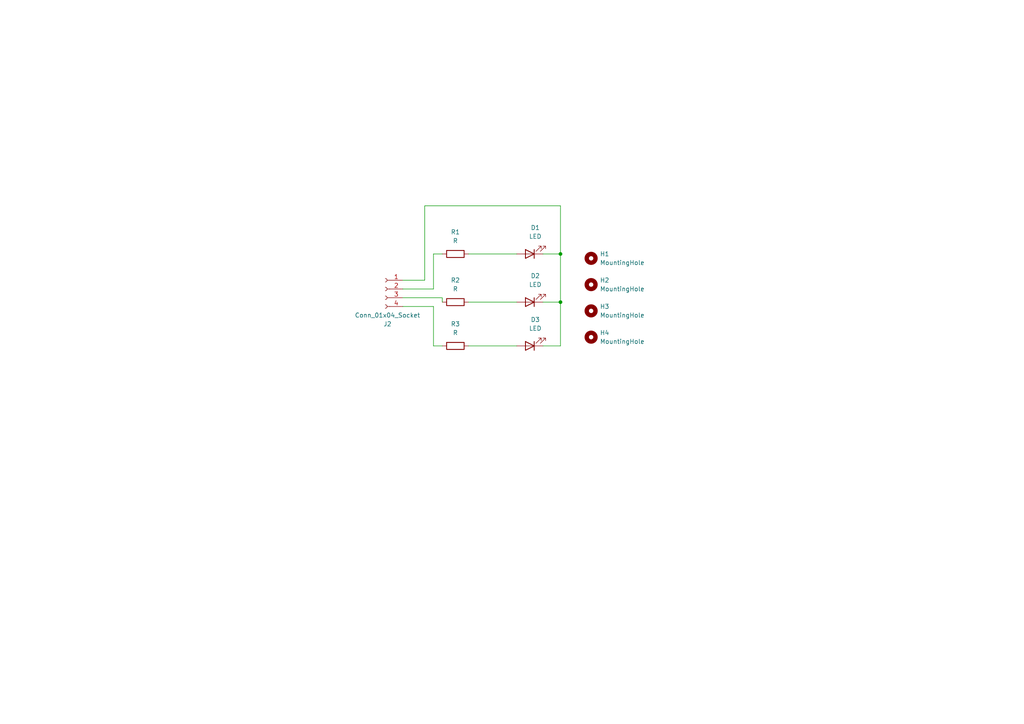
<source format=kicad_sch>
(kicad_sch (version 20230121) (generator eeschema)

  (uuid ab9df7e8-59f6-43d1-a7c4-0dcbd3c4a557)

  (paper "A4")

  (title_block
    (title "Arduino Traffic Light Controller")
    (date "2024-02-26")
    (rev "v01")
    (comment 1 "By Karthik Thejendra")
  )

  (lib_symbols
    (symbol "Connector:Conn_01x04_Socket" (pin_names (offset 1.016) hide) (in_bom yes) (on_board yes)
      (property "Reference" "J" (at 0 5.08 0)
        (effects (font (size 1.27 1.27)))
      )
      (property "Value" "Conn_01x04_Socket" (at 0 -7.62 0)
        (effects (font (size 1.27 1.27)))
      )
      (property "Footprint" "" (at 0 0 0)
        (effects (font (size 1.27 1.27)) hide)
      )
      (property "Datasheet" "~" (at 0 0 0)
        (effects (font (size 1.27 1.27)) hide)
      )
      (property "ki_locked" "" (at 0 0 0)
        (effects (font (size 1.27 1.27)))
      )
      (property "ki_keywords" "connector" (at 0 0 0)
        (effects (font (size 1.27 1.27)) hide)
      )
      (property "ki_description" "Generic connector, single row, 01x04, script generated" (at 0 0 0)
        (effects (font (size 1.27 1.27)) hide)
      )
      (property "ki_fp_filters" "Connector*:*_1x??_*" (at 0 0 0)
        (effects (font (size 1.27 1.27)) hide)
      )
      (symbol "Conn_01x04_Socket_1_1"
        (arc (start 0 -4.572) (mid -0.5058 -5.08) (end 0 -5.588)
          (stroke (width 0.1524) (type default))
          (fill (type none))
        )
        (arc (start 0 -2.032) (mid -0.5058 -2.54) (end 0 -3.048)
          (stroke (width 0.1524) (type default))
          (fill (type none))
        )
        (polyline
          (pts
            (xy -1.27 -5.08)
            (xy -0.508 -5.08)
          )
          (stroke (width 0.1524) (type default))
          (fill (type none))
        )
        (polyline
          (pts
            (xy -1.27 -2.54)
            (xy -0.508 -2.54)
          )
          (stroke (width 0.1524) (type default))
          (fill (type none))
        )
        (polyline
          (pts
            (xy -1.27 0)
            (xy -0.508 0)
          )
          (stroke (width 0.1524) (type default))
          (fill (type none))
        )
        (polyline
          (pts
            (xy -1.27 2.54)
            (xy -0.508 2.54)
          )
          (stroke (width 0.1524) (type default))
          (fill (type none))
        )
        (arc (start 0 0.508) (mid -0.5058 0) (end 0 -0.508)
          (stroke (width 0.1524) (type default))
          (fill (type none))
        )
        (arc (start 0 3.048) (mid -0.5058 2.54) (end 0 2.032)
          (stroke (width 0.1524) (type default))
          (fill (type none))
        )
        (pin passive line (at -5.08 2.54 0) (length 3.81)
          (name "Pin_1" (effects (font (size 1.27 1.27))))
          (number "1" (effects (font (size 1.27 1.27))))
        )
        (pin passive line (at -5.08 0 0) (length 3.81)
          (name "Pin_2" (effects (font (size 1.27 1.27))))
          (number "2" (effects (font (size 1.27 1.27))))
        )
        (pin passive line (at -5.08 -2.54 0) (length 3.81)
          (name "Pin_3" (effects (font (size 1.27 1.27))))
          (number "3" (effects (font (size 1.27 1.27))))
        )
        (pin passive line (at -5.08 -5.08 0) (length 3.81)
          (name "Pin_4" (effects (font (size 1.27 1.27))))
          (number "4" (effects (font (size 1.27 1.27))))
        )
      )
    )
    (symbol "Device:LED" (pin_numbers hide) (pin_names (offset 1.016) hide) (in_bom yes) (on_board yes)
      (property "Reference" "D" (at 0 2.54 0)
        (effects (font (size 1.27 1.27)))
      )
      (property "Value" "LED" (at 0 -2.54 0)
        (effects (font (size 1.27 1.27)))
      )
      (property "Footprint" "" (at 0 0 0)
        (effects (font (size 1.27 1.27)) hide)
      )
      (property "Datasheet" "~" (at 0 0 0)
        (effects (font (size 1.27 1.27)) hide)
      )
      (property "ki_keywords" "LED diode" (at 0 0 0)
        (effects (font (size 1.27 1.27)) hide)
      )
      (property "ki_description" "Light emitting diode" (at 0 0 0)
        (effects (font (size 1.27 1.27)) hide)
      )
      (property "ki_fp_filters" "LED* LED_SMD:* LED_THT:*" (at 0 0 0)
        (effects (font (size 1.27 1.27)) hide)
      )
      (symbol "LED_0_1"
        (polyline
          (pts
            (xy -1.27 -1.27)
            (xy -1.27 1.27)
          )
          (stroke (width 0.254) (type default))
          (fill (type none))
        )
        (polyline
          (pts
            (xy -1.27 0)
            (xy 1.27 0)
          )
          (stroke (width 0) (type default))
          (fill (type none))
        )
        (polyline
          (pts
            (xy 1.27 -1.27)
            (xy 1.27 1.27)
            (xy -1.27 0)
            (xy 1.27 -1.27)
          )
          (stroke (width 0.254) (type default))
          (fill (type none))
        )
        (polyline
          (pts
            (xy -3.048 -0.762)
            (xy -4.572 -2.286)
            (xy -3.81 -2.286)
            (xy -4.572 -2.286)
            (xy -4.572 -1.524)
          )
          (stroke (width 0) (type default))
          (fill (type none))
        )
        (polyline
          (pts
            (xy -1.778 -0.762)
            (xy -3.302 -2.286)
            (xy -2.54 -2.286)
            (xy -3.302 -2.286)
            (xy -3.302 -1.524)
          )
          (stroke (width 0) (type default))
          (fill (type none))
        )
      )
      (symbol "LED_1_1"
        (pin passive line (at -3.81 0 0) (length 2.54)
          (name "K" (effects (font (size 1.27 1.27))))
          (number "1" (effects (font (size 1.27 1.27))))
        )
        (pin passive line (at 3.81 0 180) (length 2.54)
          (name "A" (effects (font (size 1.27 1.27))))
          (number "2" (effects (font (size 1.27 1.27))))
        )
      )
    )
    (symbol "Device:R" (pin_numbers hide) (pin_names (offset 0)) (in_bom yes) (on_board yes)
      (property "Reference" "R" (at 2.032 0 90)
        (effects (font (size 1.27 1.27)))
      )
      (property "Value" "R" (at 0 0 90)
        (effects (font (size 1.27 1.27)))
      )
      (property "Footprint" "" (at -1.778 0 90)
        (effects (font (size 1.27 1.27)) hide)
      )
      (property "Datasheet" "~" (at 0 0 0)
        (effects (font (size 1.27 1.27)) hide)
      )
      (property "ki_keywords" "R res resistor" (at 0 0 0)
        (effects (font (size 1.27 1.27)) hide)
      )
      (property "ki_description" "Resistor" (at 0 0 0)
        (effects (font (size 1.27 1.27)) hide)
      )
      (property "ki_fp_filters" "R_*" (at 0 0 0)
        (effects (font (size 1.27 1.27)) hide)
      )
      (symbol "R_0_1"
        (rectangle (start -1.016 -2.54) (end 1.016 2.54)
          (stroke (width 0.254) (type default))
          (fill (type none))
        )
      )
      (symbol "R_1_1"
        (pin passive line (at 0 3.81 270) (length 1.27)
          (name "~" (effects (font (size 1.27 1.27))))
          (number "1" (effects (font (size 1.27 1.27))))
        )
        (pin passive line (at 0 -3.81 90) (length 1.27)
          (name "~" (effects (font (size 1.27 1.27))))
          (number "2" (effects (font (size 1.27 1.27))))
        )
      )
    )
    (symbol "Mechanical:MountingHole" (pin_names (offset 1.016)) (in_bom yes) (on_board yes)
      (property "Reference" "H" (at 0 5.08 0)
        (effects (font (size 1.27 1.27)))
      )
      (property "Value" "MountingHole" (at 0 3.175 0)
        (effects (font (size 1.27 1.27)))
      )
      (property "Footprint" "" (at 0 0 0)
        (effects (font (size 1.27 1.27)) hide)
      )
      (property "Datasheet" "~" (at 0 0 0)
        (effects (font (size 1.27 1.27)) hide)
      )
      (property "ki_keywords" "mounting hole" (at 0 0 0)
        (effects (font (size 1.27 1.27)) hide)
      )
      (property "ki_description" "Mounting Hole without connection" (at 0 0 0)
        (effects (font (size 1.27 1.27)) hide)
      )
      (property "ki_fp_filters" "MountingHole*" (at 0 0 0)
        (effects (font (size 1.27 1.27)) hide)
      )
      (symbol "MountingHole_0_1"
        (circle (center 0 0) (radius 1.27)
          (stroke (width 1.27) (type default))
          (fill (type none))
        )
      )
    )
  )

  (junction (at 162.56 87.63) (diameter 0) (color 0 0 0 0)
    (uuid 8994cebe-65ff-4492-b54c-fbb6c1e7b3f1)
  )
  (junction (at 162.56 73.66) (diameter 0) (color 0 0 0 0)
    (uuid a3eb33dd-4b95-46ac-a91c-2257f33ff03b)
  )

  (wire (pts (xy 162.56 87.63) (xy 157.48 87.63))
    (stroke (width 0) (type default))
    (uuid 009dd2a4-bf37-4cae-951f-0bf904fba08c)
  )
  (wire (pts (xy 162.56 73.66) (xy 162.56 87.63))
    (stroke (width 0) (type default))
    (uuid 040c542f-0603-48c6-b925-814dccea9a55)
  )
  (wire (pts (xy 135.89 73.66) (xy 149.86 73.66))
    (stroke (width 0) (type default))
    (uuid 0841e8c0-338c-43e6-bfe0-2ea94a6e0326)
  )
  (wire (pts (xy 116.84 88.9) (xy 125.73 88.9))
    (stroke (width 0) (type default))
    (uuid 0d64140c-5fe2-4277-b90e-398e291aea8e)
  )
  (wire (pts (xy 135.89 100.33) (xy 149.86 100.33))
    (stroke (width 0) (type default))
    (uuid 0daf1e58-264b-4cda-8781-bd66905e6f38)
  )
  (wire (pts (xy 116.84 81.28) (xy 123.19 81.28))
    (stroke (width 0) (type default))
    (uuid 1c210db5-6a26-4918-9500-6b720021b116)
  )
  (wire (pts (xy 116.84 83.82) (xy 125.73 83.82))
    (stroke (width 0) (type default))
    (uuid 23b49327-b44d-4158-93b0-38b2150717aa)
  )
  (wire (pts (xy 123.19 59.69) (xy 123.19 81.28))
    (stroke (width 0) (type default))
    (uuid 32c69cc1-6e75-4fea-99b2-19ee401e5d1f)
  )
  (wire (pts (xy 125.73 73.66) (xy 128.27 73.66))
    (stroke (width 0) (type default))
    (uuid 3704f920-d0a6-4d67-958d-e7640a0c7d50)
  )
  (wire (pts (xy 162.56 73.66) (xy 162.56 59.69))
    (stroke (width 0) (type default))
    (uuid 424c54a6-5f1a-472f-8848-c0130d30a3ac)
  )
  (wire (pts (xy 162.56 59.69) (xy 123.19 59.69))
    (stroke (width 0) (type default))
    (uuid 5b5dac11-0d08-4768-985a-f9c9da4226f8)
  )
  (wire (pts (xy 116.84 86.36) (xy 128.27 86.36))
    (stroke (width 0) (type default))
    (uuid 5eee6c2c-d3d3-4c8b-9d13-063778892e76)
  )
  (wire (pts (xy 135.89 87.63) (xy 149.86 87.63))
    (stroke (width 0) (type default))
    (uuid 7341004a-b879-4d34-bc60-a1f8e8779696)
  )
  (wire (pts (xy 157.48 73.66) (xy 162.56 73.66))
    (stroke (width 0) (type default))
    (uuid a669be0e-d84c-43f6-80c5-d9c9b0fa110e)
  )
  (wire (pts (xy 125.73 88.9) (xy 125.73 100.33))
    (stroke (width 0) (type default))
    (uuid b5fae808-4cac-4b94-8522-82e3b87a4536)
  )
  (wire (pts (xy 162.56 100.33) (xy 162.56 87.63))
    (stroke (width 0) (type default))
    (uuid ba1be1b4-c5dd-41b0-aebd-b5df450f9321)
  )
  (wire (pts (xy 125.73 83.82) (xy 125.73 73.66))
    (stroke (width 0) (type default))
    (uuid bf456375-07f2-4da2-8795-f246b9dfd46b)
  )
  (wire (pts (xy 125.73 100.33) (xy 128.27 100.33))
    (stroke (width 0) (type default))
    (uuid d3f2c66d-00f2-4192-be8b-6cab0765d669)
  )
  (wire (pts (xy 157.48 100.33) (xy 162.56 100.33))
    (stroke (width 0) (type default))
    (uuid d6231a3a-dc68-4ecc-9c33-051e7d3a338a)
  )
  (wire (pts (xy 128.27 86.36) (xy 128.27 87.63))
    (stroke (width 0) (type default))
    (uuid fafd7292-cd5d-4c08-891c-06f0e7e2ab41)
  )

  (symbol (lib_id "Device:LED") (at 153.67 73.66 180) (unit 1)
    (in_bom yes) (on_board yes) (dnp no) (fields_autoplaced)
    (uuid 22e577c3-6277-42ad-81bb-0229c4d4dc1f)
    (property "Reference" "D1" (at 155.2575 66.04 0)
      (effects (font (size 1.27 1.27)))
    )
    (property "Value" "LED" (at 155.2575 68.58 0)
      (effects (font (size 1.27 1.27)))
    )
    (property "Footprint" "LED_THT:LED_D3.0mm" (at 153.67 73.66 0)
      (effects (font (size 1.27 1.27)) hide)
    )
    (property "Datasheet" "~" (at 153.67 73.66 0)
      (effects (font (size 1.27 1.27)) hide)
    )
    (pin "1" (uuid 69a35395-4dd1-4761-89ae-50441dcc2315))
    (pin "2" (uuid b5cc2ec3-a78b-4fde-b2a7-8543cbeafd6a))
    (instances
      (project "Arduino Traffic Light Controller"
        (path "/ab9df7e8-59f6-43d1-a7c4-0dcbd3c4a557"
          (reference "D1") (unit 1)
        )
      )
    )
  )

  (symbol (lib_id "Device:R") (at 132.08 87.63 270) (unit 1)
    (in_bom yes) (on_board yes) (dnp no) (fields_autoplaced)
    (uuid 2f4d69b4-caea-4787-9aae-772f7648224a)
    (property "Reference" "R2" (at 132.08 81.28 90)
      (effects (font (size 1.27 1.27)))
    )
    (property "Value" "R" (at 132.08 83.82 90)
      (effects (font (size 1.27 1.27)))
    )
    (property "Footprint" "Resistor_THT:R_Axial_DIN0204_L3.6mm_D1.6mm_P5.08mm_Horizontal" (at 132.08 85.852 90)
      (effects (font (size 1.27 1.27)) hide)
    )
    (property "Datasheet" "~" (at 132.08 87.63 0)
      (effects (font (size 1.27 1.27)) hide)
    )
    (pin "1" (uuid 2cf7b71e-f356-43ce-81f4-15578b2783c1))
    (pin "2" (uuid f5e337ac-d138-4256-9306-c89792383946))
    (instances
      (project "Arduino Traffic Light Controller"
        (path "/ab9df7e8-59f6-43d1-a7c4-0dcbd3c4a557"
          (reference "R2") (unit 1)
        )
      )
    )
  )

  (symbol (lib_id "Mechanical:MountingHole") (at 171.45 74.93 90) (unit 1)
    (in_bom yes) (on_board yes) (dnp no) (fields_autoplaced)
    (uuid 42ceb1cf-39b8-4930-a6cc-7ea270432f49)
    (property "Reference" "H1" (at 173.99 73.66 90)
      (effects (font (size 1.27 1.27)) (justify right))
    )
    (property "Value" "MountingHole" (at 173.99 76.2 90)
      (effects (font (size 1.27 1.27)) (justify right))
    )
    (property "Footprint" "MountingHole:MountingHole_2.5mm" (at 171.45 74.93 0)
      (effects (font (size 1.27 1.27)) hide)
    )
    (property "Datasheet" "~" (at 171.45 74.93 0)
      (effects (font (size 1.27 1.27)) hide)
    )
    (instances
      (project "Arduino Traffic Light Controller"
        (path "/ab9df7e8-59f6-43d1-a7c4-0dcbd3c4a557"
          (reference "H1") (unit 1)
        )
      )
    )
  )

  (symbol (lib_id "Device:LED") (at 153.67 87.63 180) (unit 1)
    (in_bom yes) (on_board yes) (dnp no) (fields_autoplaced)
    (uuid 71c423b1-d713-4d5f-ae0a-5b859cf05c14)
    (property "Reference" "D2" (at 155.2575 80.01 0)
      (effects (font (size 1.27 1.27)))
    )
    (property "Value" "LED" (at 155.2575 82.55 0)
      (effects (font (size 1.27 1.27)))
    )
    (property "Footprint" "LED_THT:LED_D3.0mm" (at 153.67 87.63 0)
      (effects (font (size 1.27 1.27)) hide)
    )
    (property "Datasheet" "~" (at 153.67 87.63 0)
      (effects (font (size 1.27 1.27)) hide)
    )
    (pin "1" (uuid 59dece3b-6f3f-485a-916f-b337c6cc11dc))
    (pin "2" (uuid 038f715e-70bc-43a4-8076-37db08a687c3))
    (instances
      (project "Arduino Traffic Light Controller"
        (path "/ab9df7e8-59f6-43d1-a7c4-0dcbd3c4a557"
          (reference "D2") (unit 1)
        )
      )
    )
  )

  (symbol (lib_id "Mechanical:MountingHole") (at 171.45 97.79 0) (unit 1)
    (in_bom yes) (on_board yes) (dnp no) (fields_autoplaced)
    (uuid 9316ecc7-ccc8-48f3-8103-f22324ee0c90)
    (property "Reference" "H4" (at 173.99 96.52 0)
      (effects (font (size 1.27 1.27)) (justify left))
    )
    (property "Value" "MountingHole" (at 173.99 99.06 0)
      (effects (font (size 1.27 1.27)) (justify left))
    )
    (property "Footprint" "MountingHole:MountingHole_2.5mm" (at 171.45 97.79 0)
      (effects (font (size 1.27 1.27)) hide)
    )
    (property "Datasheet" "~" (at 171.45 97.79 0)
      (effects (font (size 1.27 1.27)) hide)
    )
    (instances
      (project "Arduino Traffic Light Controller"
        (path "/ab9df7e8-59f6-43d1-a7c4-0dcbd3c4a557"
          (reference "H4") (unit 1)
        )
      )
    )
  )

  (symbol (lib_id "Mechanical:MountingHole") (at 171.45 90.17 0) (unit 1)
    (in_bom yes) (on_board yes) (dnp no) (fields_autoplaced)
    (uuid 93af4664-d892-46fa-a1e8-bc8bb6f0edfe)
    (property "Reference" "H3" (at 173.99 88.9 0)
      (effects (font (size 1.27 1.27)) (justify left))
    )
    (property "Value" "MountingHole" (at 173.99 91.44 0)
      (effects (font (size 1.27 1.27)) (justify left))
    )
    (property "Footprint" "MountingHole:MountingHole_2.5mm" (at 171.45 90.17 0)
      (effects (font (size 1.27 1.27)) hide)
    )
    (property "Datasheet" "~" (at 171.45 90.17 0)
      (effects (font (size 1.27 1.27)) hide)
    )
    (instances
      (project "Arduino Traffic Light Controller"
        (path "/ab9df7e8-59f6-43d1-a7c4-0dcbd3c4a557"
          (reference "H3") (unit 1)
        )
      )
    )
  )

  (symbol (lib_id "Device:R") (at 132.08 100.33 270) (unit 1)
    (in_bom yes) (on_board yes) (dnp no) (fields_autoplaced)
    (uuid 9675e313-fc91-42ee-814a-9dadf9b63da0)
    (property "Reference" "R3" (at 132.08 93.98 90)
      (effects (font (size 1.27 1.27)))
    )
    (property "Value" "R" (at 132.08 96.52 90)
      (effects (font (size 1.27 1.27)))
    )
    (property "Footprint" "Resistor_THT:R_Axial_DIN0204_L3.6mm_D1.6mm_P5.08mm_Horizontal" (at 132.08 98.552 90)
      (effects (font (size 1.27 1.27)) hide)
    )
    (property "Datasheet" "~" (at 132.08 100.33 0)
      (effects (font (size 1.27 1.27)) hide)
    )
    (pin "1" (uuid 26673844-bc78-42de-b8c5-3ef7a8b1893d))
    (pin "2" (uuid a017d4d8-2345-471d-acef-62d9a1006ced))
    (instances
      (project "Arduino Traffic Light Controller"
        (path "/ab9df7e8-59f6-43d1-a7c4-0dcbd3c4a557"
          (reference "R3") (unit 1)
        )
      )
    )
  )

  (symbol (lib_id "Connector:Conn_01x04_Socket") (at 111.76 83.82 0) (mirror y) (unit 1)
    (in_bom yes) (on_board yes) (dnp no)
    (uuid ab9c5b3b-6c1b-4276-8880-5407695c8e07)
    (property "Reference" "J2" (at 112.395 93.98 0)
      (effects (font (size 1.27 1.27)))
    )
    (property "Value" "Conn_01x04_Socket" (at 112.395 91.44 0)
      (effects (font (size 1.27 1.27)))
    )
    (property "Footprint" "Connector_PinHeader_2.54mm:PinHeader_1x04_P2.54mm_Horizontal" (at 111.76 83.82 0)
      (effects (font (size 1.27 1.27)) hide)
    )
    (property "Datasheet" "~" (at 111.76 83.82 0)
      (effects (font (size 1.27 1.27)) hide)
    )
    (pin "1" (uuid 113098f4-ce28-48cf-abf2-8e6be35f150f))
    (pin "2" (uuid 774214c3-97c6-4526-9599-60aec4f74b1d))
    (pin "3" (uuid c04a031d-28ee-4dd2-9929-5225edf9ca67))
    (pin "4" (uuid bce45f65-17b4-4124-bd04-c8873d8963ed))
    (instances
      (project "Arduino Traffic Light Controller"
        (path "/ab9df7e8-59f6-43d1-a7c4-0dcbd3c4a557"
          (reference "J2") (unit 1)
        )
      )
    )
  )

  (symbol (lib_id "Mechanical:MountingHole") (at 171.45 82.55 0) (unit 1)
    (in_bom yes) (on_board yes) (dnp no) (fields_autoplaced)
    (uuid bfbe91f8-2d1c-42c6-8344-8dd09250b3bc)
    (property "Reference" "H2" (at 173.99 81.28 0)
      (effects (font (size 1.27 1.27)) (justify left))
    )
    (property "Value" "MountingHole" (at 173.99 83.82 0)
      (effects (font (size 1.27 1.27)) (justify left))
    )
    (property "Footprint" "MountingHole:MountingHole_2.5mm" (at 171.45 82.55 0)
      (effects (font (size 1.27 1.27)) hide)
    )
    (property "Datasheet" "~" (at 171.45 82.55 0)
      (effects (font (size 1.27 1.27)) hide)
    )
    (instances
      (project "Arduino Traffic Light Controller"
        (path "/ab9df7e8-59f6-43d1-a7c4-0dcbd3c4a557"
          (reference "H2") (unit 1)
        )
      )
    )
  )

  (symbol (lib_id "Device:LED") (at 153.67 100.33 180) (unit 1)
    (in_bom yes) (on_board yes) (dnp no) (fields_autoplaced)
    (uuid f04429ce-df04-41ce-a6b4-614882f46d5b)
    (property "Reference" "D3" (at 155.2575 92.71 0)
      (effects (font (size 1.27 1.27)))
    )
    (property "Value" "LED" (at 155.2575 95.25 0)
      (effects (font (size 1.27 1.27)))
    )
    (property "Footprint" "LED_THT:LED_D3.0mm" (at 153.67 100.33 0)
      (effects (font (size 1.27 1.27)) hide)
    )
    (property "Datasheet" "~" (at 153.67 100.33 0)
      (effects (font (size 1.27 1.27)) hide)
    )
    (pin "1" (uuid 2d80523a-ba6c-477f-b999-7c271739ccb8))
    (pin "2" (uuid 4b40019e-b5c2-42a7-afc3-3506994cf9be))
    (instances
      (project "Arduino Traffic Light Controller"
        (path "/ab9df7e8-59f6-43d1-a7c4-0dcbd3c4a557"
          (reference "D3") (unit 1)
        )
      )
    )
  )

  (symbol (lib_id "Device:R") (at 132.08 73.66 270) (unit 1)
    (in_bom yes) (on_board yes) (dnp no) (fields_autoplaced)
    (uuid fecab2b3-5de0-4c39-a5e6-26f7a8af7c1f)
    (property "Reference" "R1" (at 132.08 67.31 90)
      (effects (font (size 1.27 1.27)))
    )
    (property "Value" "R" (at 132.08 69.85 90)
      (effects (font (size 1.27 1.27)))
    )
    (property "Footprint" "Resistor_THT:R_Axial_DIN0204_L3.6mm_D1.6mm_P5.08mm_Horizontal" (at 132.08 71.882 90)
      (effects (font (size 1.27 1.27)) hide)
    )
    (property "Datasheet" "~" (at 132.08 73.66 0)
      (effects (font (size 1.27 1.27)) hide)
    )
    (pin "1" (uuid fb29aad9-23f9-4e97-afc0-1ec658953ca4))
    (pin "2" (uuid 3be9100c-5e3b-4d85-a998-d3be6a8aa9fb))
    (instances
      (project "Arduino Traffic Light Controller"
        (path "/ab9df7e8-59f6-43d1-a7c4-0dcbd3c4a557"
          (reference "R1") (unit 1)
        )
      )
    )
  )

  (sheet_instances
    (path "/" (page "1"))
  )
)

</source>
